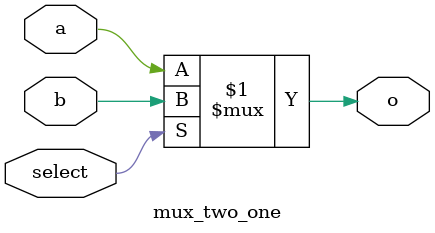
<source format=v>
/*
 * Copyright (c) 2024 Your Name
 * SPDX-License-Identifier: Apache-2.0
 */

`default_nettype none

module tt_um_third (
    input  wire [7:0] ui_in,    // Dedicated inputs
    output wire [7:0] uo_out,   // Dedicated outputs
    input  wire [7:0] uio_in,   // IOs: Input path
    output wire [7:0] uio_out,  // IOs: Output path
    output wire [7:0] uio_oe,   // IOs: Enable path (active high: 0=input, 1=output)
    input  wire       ena,      // always 1 when the design is powered, so you can ignore it
    input  wire       clk,      // clock
    input  wire       rst_n     // reset_n - low to reset
);

    // All output pins must be assigned. If not used, assign to 0.
    // assign uo_out  = ui_in + uio_in;  // Example: ou_out is the sum of ui_in and uio_in

    assign uio_out = 0;
    assign uio_oe  = 0;

    //Refer ui_in as the A input from the report
    //Refer uio_in as the B input from the report
    //Refer uo_out as the C output from the report

    //first multiplexer in the diagram, assigning first four bits of the output
    mux_two_one first(ui_in[0], uio_in[0], ui_in[0], uo_out[0]);
    mux_two_one second(ui_in[1], uio_in[1], ui_in[0], uo_out[1]);
    mux_two_one third(ui_in[2], uio_in[2], ui_in[0], uo_out[2]);
    mux_two_one fourth(ui_in[3], uio_in[3], ui_in[0], uo_out[3]);

    mux_two_one fifth(uo_out[0], uio_in[4], ui_in[1], uo_out[4]);//add assertion
    mux_two_one sixth(uo_out[1], uio_in[5], ui_in[1], uo_out[5]);
    mux_two_one seventh(uo_out[2], uio_in[6], ui_in[1], uo_out[6]);
    mux_two_one eighth(uo_out[3], uio_in[7], ui_in[1], uo_out[7]);

    // List all unused inputs to prevent warnings
    wire _unused = &{ena, clk, rst_n, 1'b0};

endmodule

//This function modifies the 2 to 1 multiplexer by comparing the input signal to each bit of the inputs. 
module mux_two_one(a, b, select, o);
    input a;
    input b;
    input select;
    output o;

    assign o = select ? b : a;
endmodule

</source>
